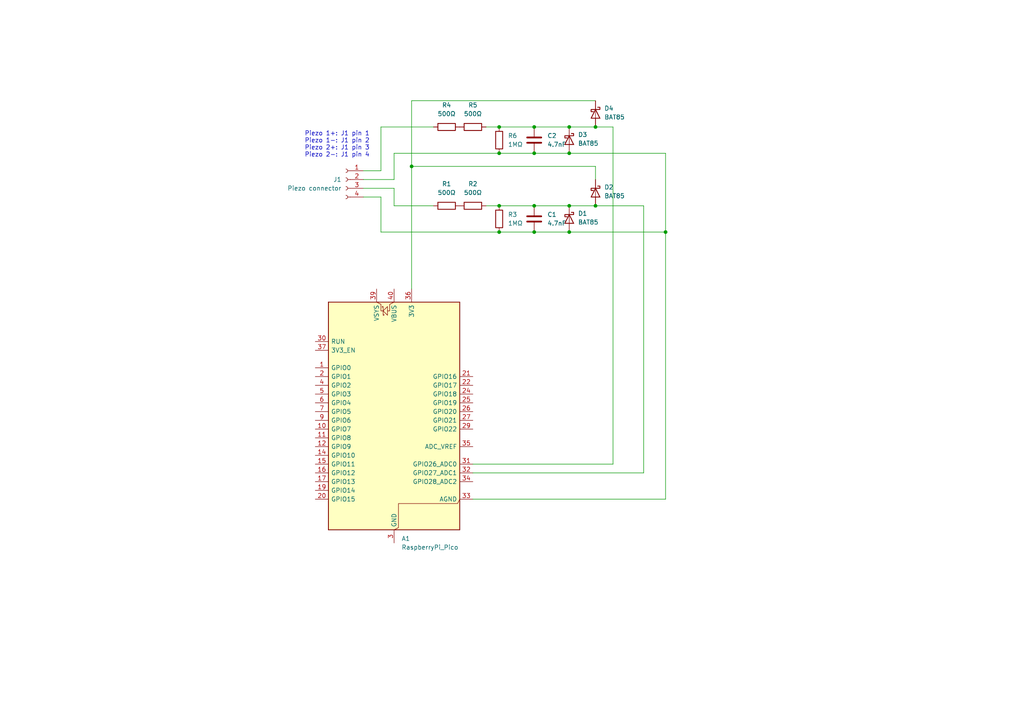
<source format=kicad_sch>
(kicad_sch
	(version 20250114)
	(generator "eeschema")
	(generator_version "9.0")
	(uuid "d908d186-81cd-46e1-87d6-cf9b98d8ab60")
	(paper "A4")
	(lib_symbols
		(symbol "Connector:Conn_01x04_Socket"
			(pin_names
				(offset 1.016)
				(hide yes)
			)
			(exclude_from_sim no)
			(in_bom yes)
			(on_board yes)
			(property "Reference" "J"
				(at 0 5.08 0)
				(effects
					(font
						(size 1.27 1.27)
					)
				)
			)
			(property "Value" "Conn_01x04_Socket"
				(at 0 -7.62 0)
				(effects
					(font
						(size 1.27 1.27)
					)
				)
			)
			(property "Footprint" ""
				(at 0 0 0)
				(effects
					(font
						(size 1.27 1.27)
					)
					(hide yes)
				)
			)
			(property "Datasheet" "~"
				(at 0 0 0)
				(effects
					(font
						(size 1.27 1.27)
					)
					(hide yes)
				)
			)
			(property "Description" "Generic connector, single row, 01x04, script generated"
				(at 0 0 0)
				(effects
					(font
						(size 1.27 1.27)
					)
					(hide yes)
				)
			)
			(property "ki_locked" ""
				(at 0 0 0)
				(effects
					(font
						(size 1.27 1.27)
					)
				)
			)
			(property "ki_keywords" "connector"
				(at 0 0 0)
				(effects
					(font
						(size 1.27 1.27)
					)
					(hide yes)
				)
			)
			(property "ki_fp_filters" "Connector*:*_1x??_*"
				(at 0 0 0)
				(effects
					(font
						(size 1.27 1.27)
					)
					(hide yes)
				)
			)
			(symbol "Conn_01x04_Socket_1_1"
				(polyline
					(pts
						(xy -1.27 2.54) (xy -0.508 2.54)
					)
					(stroke
						(width 0.1524)
						(type default)
					)
					(fill
						(type none)
					)
				)
				(polyline
					(pts
						(xy -1.27 0) (xy -0.508 0)
					)
					(stroke
						(width 0.1524)
						(type default)
					)
					(fill
						(type none)
					)
				)
				(polyline
					(pts
						(xy -1.27 -2.54) (xy -0.508 -2.54)
					)
					(stroke
						(width 0.1524)
						(type default)
					)
					(fill
						(type none)
					)
				)
				(polyline
					(pts
						(xy -1.27 -5.08) (xy -0.508 -5.08)
					)
					(stroke
						(width 0.1524)
						(type default)
					)
					(fill
						(type none)
					)
				)
				(arc
					(start 0 2.032)
					(mid -0.5058 2.54)
					(end 0 3.048)
					(stroke
						(width 0.1524)
						(type default)
					)
					(fill
						(type none)
					)
				)
				(arc
					(start 0 -0.508)
					(mid -0.5058 0)
					(end 0 0.508)
					(stroke
						(width 0.1524)
						(type default)
					)
					(fill
						(type none)
					)
				)
				(arc
					(start 0 -3.048)
					(mid -0.5058 -2.54)
					(end 0 -2.032)
					(stroke
						(width 0.1524)
						(type default)
					)
					(fill
						(type none)
					)
				)
				(arc
					(start 0 -5.588)
					(mid -0.5058 -5.08)
					(end 0 -4.572)
					(stroke
						(width 0.1524)
						(type default)
					)
					(fill
						(type none)
					)
				)
				(pin passive line
					(at -5.08 2.54 0)
					(length 3.81)
					(name "Pin_1"
						(effects
							(font
								(size 1.27 1.27)
							)
						)
					)
					(number "1"
						(effects
							(font
								(size 1.27 1.27)
							)
						)
					)
				)
				(pin passive line
					(at -5.08 0 0)
					(length 3.81)
					(name "Pin_2"
						(effects
							(font
								(size 1.27 1.27)
							)
						)
					)
					(number "2"
						(effects
							(font
								(size 1.27 1.27)
							)
						)
					)
				)
				(pin passive line
					(at -5.08 -2.54 0)
					(length 3.81)
					(name "Pin_3"
						(effects
							(font
								(size 1.27 1.27)
							)
						)
					)
					(number "3"
						(effects
							(font
								(size 1.27 1.27)
							)
						)
					)
				)
				(pin passive line
					(at -5.08 -5.08 0)
					(length 3.81)
					(name "Pin_4"
						(effects
							(font
								(size 1.27 1.27)
							)
						)
					)
					(number "4"
						(effects
							(font
								(size 1.27 1.27)
							)
						)
					)
				)
			)
			(embedded_fonts no)
		)
		(symbol "Device:C"
			(pin_numbers
				(hide yes)
			)
			(pin_names
				(offset 0.254)
			)
			(exclude_from_sim no)
			(in_bom yes)
			(on_board yes)
			(property "Reference" "C"
				(at 0.635 2.54 0)
				(effects
					(font
						(size 1.27 1.27)
					)
					(justify left)
				)
			)
			(property "Value" "C"
				(at 0.635 -2.54 0)
				(effects
					(font
						(size 1.27 1.27)
					)
					(justify left)
				)
			)
			(property "Footprint" ""
				(at 0.9652 -3.81 0)
				(effects
					(font
						(size 1.27 1.27)
					)
					(hide yes)
				)
			)
			(property "Datasheet" "~"
				(at 0 0 0)
				(effects
					(font
						(size 1.27 1.27)
					)
					(hide yes)
				)
			)
			(property "Description" "Unpolarized capacitor"
				(at 0 0 0)
				(effects
					(font
						(size 1.27 1.27)
					)
					(hide yes)
				)
			)
			(property "ki_keywords" "cap capacitor"
				(at 0 0 0)
				(effects
					(font
						(size 1.27 1.27)
					)
					(hide yes)
				)
			)
			(property "ki_fp_filters" "C_*"
				(at 0 0 0)
				(effects
					(font
						(size 1.27 1.27)
					)
					(hide yes)
				)
			)
			(symbol "C_0_1"
				(polyline
					(pts
						(xy -2.032 0.762) (xy 2.032 0.762)
					)
					(stroke
						(width 0.508)
						(type default)
					)
					(fill
						(type none)
					)
				)
				(polyline
					(pts
						(xy -2.032 -0.762) (xy 2.032 -0.762)
					)
					(stroke
						(width 0.508)
						(type default)
					)
					(fill
						(type none)
					)
				)
			)
			(symbol "C_1_1"
				(pin passive line
					(at 0 3.81 270)
					(length 2.794)
					(name "~"
						(effects
							(font
								(size 1.27 1.27)
							)
						)
					)
					(number "1"
						(effects
							(font
								(size 1.27 1.27)
							)
						)
					)
				)
				(pin passive line
					(at 0 -3.81 90)
					(length 2.794)
					(name "~"
						(effects
							(font
								(size 1.27 1.27)
							)
						)
					)
					(number "2"
						(effects
							(font
								(size 1.27 1.27)
							)
						)
					)
				)
			)
			(embedded_fonts no)
		)
		(symbol "Device:R"
			(pin_numbers
				(hide yes)
			)
			(pin_names
				(offset 0)
			)
			(exclude_from_sim no)
			(in_bom yes)
			(on_board yes)
			(property "Reference" "R"
				(at 2.032 0 90)
				(effects
					(font
						(size 1.27 1.27)
					)
				)
			)
			(property "Value" "R"
				(at 0 0 90)
				(effects
					(font
						(size 1.27 1.27)
					)
				)
			)
			(property "Footprint" ""
				(at -1.778 0 90)
				(effects
					(font
						(size 1.27 1.27)
					)
					(hide yes)
				)
			)
			(property "Datasheet" "~"
				(at 0 0 0)
				(effects
					(font
						(size 1.27 1.27)
					)
					(hide yes)
				)
			)
			(property "Description" "Resistor"
				(at 0 0 0)
				(effects
					(font
						(size 1.27 1.27)
					)
					(hide yes)
				)
			)
			(property "ki_keywords" "R res resistor"
				(at 0 0 0)
				(effects
					(font
						(size 1.27 1.27)
					)
					(hide yes)
				)
			)
			(property "ki_fp_filters" "R_*"
				(at 0 0 0)
				(effects
					(font
						(size 1.27 1.27)
					)
					(hide yes)
				)
			)
			(symbol "R_0_1"
				(rectangle
					(start -1.016 -2.54)
					(end 1.016 2.54)
					(stroke
						(width 0.254)
						(type default)
					)
					(fill
						(type none)
					)
				)
			)
			(symbol "R_1_1"
				(pin passive line
					(at 0 3.81 270)
					(length 1.27)
					(name "~"
						(effects
							(font
								(size 1.27 1.27)
							)
						)
					)
					(number "1"
						(effects
							(font
								(size 1.27 1.27)
							)
						)
					)
				)
				(pin passive line
					(at 0 -3.81 90)
					(length 1.27)
					(name "~"
						(effects
							(font
								(size 1.27 1.27)
							)
						)
					)
					(number "2"
						(effects
							(font
								(size 1.27 1.27)
							)
						)
					)
				)
			)
			(embedded_fonts no)
		)
		(symbol "Diode:BAT85"
			(pin_numbers
				(hide yes)
			)
			(pin_names
				(offset 1.016)
				(hide yes)
			)
			(exclude_from_sim no)
			(in_bom yes)
			(on_board yes)
			(property "Reference" "D"
				(at 0 2.54 0)
				(effects
					(font
						(size 1.27 1.27)
					)
				)
			)
			(property "Value" "BAT85"
				(at 0 -2.54 0)
				(effects
					(font
						(size 1.27 1.27)
					)
				)
			)
			(property "Footprint" "Diode_THT:D_DO-35_SOD27_P7.62mm_Horizontal"
				(at 0 -4.445 0)
				(effects
					(font
						(size 1.27 1.27)
					)
					(hide yes)
				)
			)
			(property "Datasheet" "https://assets.nexperia.com/documents/data-sheet/BAT85.pdf"
				(at 0 0 0)
				(effects
					(font
						(size 1.27 1.27)
					)
					(hide yes)
				)
			)
			(property "Description" "30V 0.2A Schottky barrier single diode, DO-35"
				(at 0 0 0)
				(effects
					(font
						(size 1.27 1.27)
					)
					(hide yes)
				)
			)
			(property "ki_keywords" "diode Schottky"
				(at 0 0 0)
				(effects
					(font
						(size 1.27 1.27)
					)
					(hide yes)
				)
			)
			(property "ki_fp_filters" "D*DO?35*"
				(at 0 0 0)
				(effects
					(font
						(size 1.27 1.27)
					)
					(hide yes)
				)
			)
			(symbol "BAT85_0_1"
				(polyline
					(pts
						(xy -1.905 0.635) (xy -1.905 1.27) (xy -1.27 1.27) (xy -1.27 -1.27) (xy -0.635 -1.27) (xy -0.635 -0.635)
					)
					(stroke
						(width 0.254)
						(type default)
					)
					(fill
						(type none)
					)
				)
				(polyline
					(pts
						(xy 1.27 1.27) (xy 1.27 -1.27) (xy -1.27 0) (xy 1.27 1.27)
					)
					(stroke
						(width 0.254)
						(type default)
					)
					(fill
						(type none)
					)
				)
				(polyline
					(pts
						(xy 1.27 0) (xy -1.27 0)
					)
					(stroke
						(width 0)
						(type default)
					)
					(fill
						(type none)
					)
				)
			)
			(symbol "BAT85_1_1"
				(pin passive line
					(at -3.81 0 0)
					(length 2.54)
					(name "K"
						(effects
							(font
								(size 1.27 1.27)
							)
						)
					)
					(number "1"
						(effects
							(font
								(size 1.27 1.27)
							)
						)
					)
				)
				(pin passive line
					(at 3.81 0 180)
					(length 2.54)
					(name "A"
						(effects
							(font
								(size 1.27 1.27)
							)
						)
					)
					(number "2"
						(effects
							(font
								(size 1.27 1.27)
							)
						)
					)
				)
			)
			(embedded_fonts no)
		)
		(symbol "MCU_Module:RaspberryPi_Pico"
			(pin_names
				(offset 0.762)
			)
			(exclude_from_sim no)
			(in_bom yes)
			(on_board yes)
			(property "Reference" "A"
				(at -19.05 35.56 0)
				(effects
					(font
						(size 1.27 1.27)
					)
					(justify left)
				)
			)
			(property "Value" "RaspberryPi_Pico"
				(at 7.62 35.56 0)
				(effects
					(font
						(size 1.27 1.27)
					)
					(justify left)
				)
			)
			(property "Footprint" "Module:RaspberryPi_Pico_Common_Unspecified"
				(at 0 -46.99 0)
				(effects
					(font
						(size 1.27 1.27)
					)
					(hide yes)
				)
			)
			(property "Datasheet" "https://datasheets.raspberrypi.com/pico/pico-datasheet.pdf"
				(at 0 -49.53 0)
				(effects
					(font
						(size 1.27 1.27)
					)
					(hide yes)
				)
			)
			(property "Description" "Versatile and inexpensive microcontroller module powered by RP2040 dual-core Arm Cortex-M0+ processor up to 133 MHz, 264kB SRAM, 2MB QSPI flash; also supports Raspberry Pi Pico 2"
				(at 0 -52.07 0)
				(effects
					(font
						(size 1.27 1.27)
					)
					(hide yes)
				)
			)
			(property "ki_keywords" "RP2350A M33 RISC-V Hazard3 usb"
				(at 0 0 0)
				(effects
					(font
						(size 1.27 1.27)
					)
					(hide yes)
				)
			)
			(property "ki_fp_filters" "RaspberryPi?Pico?Common* RaspberryPi?Pico?SMD*"
				(at 0 0 0)
				(effects
					(font
						(size 1.27 1.27)
					)
					(hide yes)
				)
			)
			(symbol "RaspberryPi_Pico_0_1"
				(rectangle
					(start -19.05 34.29)
					(end 19.05 -31.75)
					(stroke
						(width 0.254)
						(type default)
					)
					(fill
						(type background)
					)
				)
				(polyline
					(pts
						(xy -5.08 34.29) (xy -3.81 33.655) (xy -3.81 31.75) (xy -3.175 31.75)
					)
					(stroke
						(width 0)
						(type default)
					)
					(fill
						(type none)
					)
				)
				(polyline
					(pts
						(xy -3.429 32.766) (xy -3.429 33.02) (xy -3.175 33.02) (xy -3.175 30.48) (xy -2.921 30.48) (xy -2.921 30.734)
					)
					(stroke
						(width 0)
						(type default)
					)
					(fill
						(type none)
					)
				)
				(polyline
					(pts
						(xy -3.175 31.75) (xy -1.905 33.02) (xy -1.905 30.48) (xy -3.175 31.75)
					)
					(stroke
						(width 0)
						(type default)
					)
					(fill
						(type none)
					)
				)
				(polyline
					(pts
						(xy 0 34.29) (xy -1.27 33.655) (xy -1.27 31.75) (xy -1.905 31.75)
					)
					(stroke
						(width 0)
						(type default)
					)
					(fill
						(type none)
					)
				)
				(polyline
					(pts
						(xy 0 -31.75) (xy 1.27 -31.115) (xy 1.27 -24.13) (xy 18.415 -24.13) (xy 19.05 -22.86)
					)
					(stroke
						(width 0)
						(type default)
					)
					(fill
						(type none)
					)
				)
			)
			(symbol "RaspberryPi_Pico_1_1"
				(pin passive line
					(at -22.86 22.86 0)
					(length 3.81)
					(name "RUN"
						(effects
							(font
								(size 1.27 1.27)
							)
						)
					)
					(number "30"
						(effects
							(font
								(size 1.27 1.27)
							)
						)
					)
					(alternate "~{RESET}" passive line)
				)
				(pin passive line
					(at -22.86 20.32 0)
					(length 3.81)
					(name "3V3_EN"
						(effects
							(font
								(size 1.27 1.27)
							)
						)
					)
					(number "37"
						(effects
							(font
								(size 1.27 1.27)
							)
						)
					)
					(alternate "~{3V3_DISABLE}" passive line)
				)
				(pin bidirectional line
					(at -22.86 15.24 0)
					(length 3.81)
					(name "GPIO0"
						(effects
							(font
								(size 1.27 1.27)
							)
						)
					)
					(number "1"
						(effects
							(font
								(size 1.27 1.27)
							)
						)
					)
					(alternate "I2C0_SDA" bidirectional line)
					(alternate "PWM0_A" output line)
					(alternate "SPI0_RX" input line)
					(alternate "UART0_TX" output line)
					(alternate "USB_OVCUR_DET" input line)
				)
				(pin bidirectional line
					(at -22.86 12.7 0)
					(length 3.81)
					(name "GPIO1"
						(effects
							(font
								(size 1.27 1.27)
							)
						)
					)
					(number "2"
						(effects
							(font
								(size 1.27 1.27)
							)
						)
					)
					(alternate "I2C0_SCL" bidirectional clock)
					(alternate "PWM0_B" bidirectional line)
					(alternate "UART0_RX" input line)
					(alternate "USB_VBUS_DET" passive line)
					(alternate "~{SPI0_CSn}" bidirectional line)
				)
				(pin bidirectional line
					(at -22.86 10.16 0)
					(length 3.81)
					(name "GPIO2"
						(effects
							(font
								(size 1.27 1.27)
							)
						)
					)
					(number "4"
						(effects
							(font
								(size 1.27 1.27)
							)
						)
					)
					(alternate "I2C1_SDA" bidirectional line)
					(alternate "PWM1_A" output line)
					(alternate "SPI0_SCK" bidirectional clock)
					(alternate "UART0_CTS" input line)
					(alternate "USB_VBUS_EN" output line)
				)
				(pin bidirectional line
					(at -22.86 7.62 0)
					(length 3.81)
					(name "GPIO3"
						(effects
							(font
								(size 1.27 1.27)
							)
						)
					)
					(number "5"
						(effects
							(font
								(size 1.27 1.27)
							)
						)
					)
					(alternate "I2C1_SCL" bidirectional clock)
					(alternate "PWM1_B" bidirectional line)
					(alternate "SPI0_TX" output line)
					(alternate "UART0_RTS" output line)
					(alternate "USB_OVCUR_DET" input line)
				)
				(pin bidirectional line
					(at -22.86 5.08 0)
					(length 3.81)
					(name "GPIO4"
						(effects
							(font
								(size 1.27 1.27)
							)
						)
					)
					(number "6"
						(effects
							(font
								(size 1.27 1.27)
							)
						)
					)
					(alternate "I2C0_SDA" bidirectional line)
					(alternate "PWM2_A" output line)
					(alternate "SPI0_RX" input line)
					(alternate "UART1_TX" output line)
					(alternate "USB_VBUS_DET" input line)
				)
				(pin bidirectional line
					(at -22.86 2.54 0)
					(length 3.81)
					(name "GPIO5"
						(effects
							(font
								(size 1.27 1.27)
							)
						)
					)
					(number "7"
						(effects
							(font
								(size 1.27 1.27)
							)
						)
					)
					(alternate "I2C0_SCL" bidirectional clock)
					(alternate "PWM2_B" bidirectional line)
					(alternate "UART1_RX" input line)
					(alternate "USB_VBUS_EN" output line)
					(alternate "~{SPI0_CSn}" bidirectional line)
				)
				(pin bidirectional line
					(at -22.86 0 0)
					(length 3.81)
					(name "GPIO6"
						(effects
							(font
								(size 1.27 1.27)
							)
						)
					)
					(number "9"
						(effects
							(font
								(size 1.27 1.27)
							)
						)
					)
					(alternate "I2C1_SDA" bidirectional line)
					(alternate "PWM3_A" output line)
					(alternate "SPI0_SCK" bidirectional clock)
					(alternate "UART1_CTS" input line)
					(alternate "USB_OVCUR_DET" input line)
				)
				(pin bidirectional line
					(at -22.86 -2.54 0)
					(length 3.81)
					(name "GPIO7"
						(effects
							(font
								(size 1.27 1.27)
							)
						)
					)
					(number "10"
						(effects
							(font
								(size 1.27 1.27)
							)
						)
					)
					(alternate "I2C1_SCL" bidirectional clock)
					(alternate "PWM3_B" bidirectional line)
					(alternate "SPI0_TX" output line)
					(alternate "UART1_RTS" output line)
					(alternate "USB_VBUS_DET" input line)
				)
				(pin bidirectional line
					(at -22.86 -5.08 0)
					(length 3.81)
					(name "GPIO8"
						(effects
							(font
								(size 1.27 1.27)
							)
						)
					)
					(number "11"
						(effects
							(font
								(size 1.27 1.27)
							)
						)
					)
					(alternate "I2C0_SDA" bidirectional line)
					(alternate "PWM4_A" output line)
					(alternate "SPI1_RX" input line)
					(alternate "UART1_TX" output line)
					(alternate "USB_VBUS_EN" output line)
				)
				(pin bidirectional line
					(at -22.86 -7.62 0)
					(length 3.81)
					(name "GPIO9"
						(effects
							(font
								(size 1.27 1.27)
							)
						)
					)
					(number "12"
						(effects
							(font
								(size 1.27 1.27)
							)
						)
					)
					(alternate "I2C0_SCL" bidirectional clock)
					(alternate "PWM4_B" bidirectional line)
					(alternate "UART1_RX" input line)
					(alternate "USB_OVCUR_DET" input line)
					(alternate "~{SPI1_CSn}" bidirectional line)
				)
				(pin bidirectional line
					(at -22.86 -10.16 0)
					(length 3.81)
					(name "GPIO10"
						(effects
							(font
								(size 1.27 1.27)
							)
						)
					)
					(number "14"
						(effects
							(font
								(size 1.27 1.27)
							)
						)
					)
					(alternate "I2C1_SDA" bidirectional line)
					(alternate "PWM5_A" output line)
					(alternate "SPI1_SCK" bidirectional clock)
					(alternate "UART1_CTS" input line)
					(alternate "USB_VBUS_DET" input line)
				)
				(pin bidirectional line
					(at -22.86 -12.7 0)
					(length 3.81)
					(name "GPIO11"
						(effects
							(font
								(size 1.27 1.27)
							)
						)
					)
					(number "15"
						(effects
							(font
								(size 1.27 1.27)
							)
						)
					)
					(alternate "I2C1_SCL" bidirectional clock)
					(alternate "PWM5_B" bidirectional line)
					(alternate "SPI1_TX" output line)
					(alternate "UART1_RTS" output line)
					(alternate "USB_VBUS_EN" output line)
				)
				(pin bidirectional line
					(at -22.86 -15.24 0)
					(length 3.81)
					(name "GPIO12"
						(effects
							(font
								(size 1.27 1.27)
							)
						)
					)
					(number "16"
						(effects
							(font
								(size 1.27 1.27)
							)
						)
					)
					(alternate "I2C0_SDA" bidirectional line)
					(alternate "PWM6_A" output line)
					(alternate "SPI1_RX" input line)
					(alternate "UART0_TX" output line)
					(alternate "USB_OVCUR_DET" input line)
				)
				(pin bidirectional line
					(at -22.86 -17.78 0)
					(length 3.81)
					(name "GPIO13"
						(effects
							(font
								(size 1.27 1.27)
							)
						)
					)
					(number "17"
						(effects
							(font
								(size 1.27 1.27)
							)
						)
					)
					(alternate "I2C0_SCL" bidirectional clock)
					(alternate "PWM6_B" bidirectional line)
					(alternate "UART0_RX" input line)
					(alternate "USB_VBUS_DET" input line)
					(alternate "~{SPI1_CSn}" bidirectional line)
				)
				(pin bidirectional line
					(at -22.86 -20.32 0)
					(length 3.81)
					(name "GPIO14"
						(effects
							(font
								(size 1.27 1.27)
							)
						)
					)
					(number "19"
						(effects
							(font
								(size 1.27 1.27)
							)
						)
					)
					(alternate "I2C1_SDA" bidirectional line)
					(alternate "PWM7_A" output line)
					(alternate "SPI1_SCK" bidirectional clock)
					(alternate "UART0_CTS" input line)
					(alternate "USB_VBUS_EN" output line)
				)
				(pin bidirectional line
					(at -22.86 -22.86 0)
					(length 3.81)
					(name "GPIO15"
						(effects
							(font
								(size 1.27 1.27)
							)
						)
					)
					(number "20"
						(effects
							(font
								(size 1.27 1.27)
							)
						)
					)
					(alternate "I2C1_SCL" bidirectional clock)
					(alternate "PWM7_B" bidirectional line)
					(alternate "SPI1_TX" output line)
					(alternate "UART0_RTS" output line)
					(alternate "USB_OVCUR_DET" input line)
				)
				(pin power_in line
					(at -5.08 38.1 270)
					(length 3.81)
					(name "VSYS"
						(effects
							(font
								(size 1.27 1.27)
							)
						)
					)
					(number "39"
						(effects
							(font
								(size 1.27 1.27)
							)
						)
					)
					(alternate "VSYS_OUT" power_out line)
				)
				(pin power_out line
					(at 0 38.1 270)
					(length 3.81)
					(name "VBUS"
						(effects
							(font
								(size 1.27 1.27)
							)
						)
					)
					(number "40"
						(effects
							(font
								(size 1.27 1.27)
							)
						)
					)
					(alternate "VBUS_IN" power_in line)
				)
				(pin passive line
					(at 0 -35.56 90)
					(length 3.81)
					(hide yes)
					(name "GND"
						(effects
							(font
								(size 1.27 1.27)
							)
						)
					)
					(number "13"
						(effects
							(font
								(size 1.27 1.27)
							)
						)
					)
				)
				(pin passive line
					(at 0 -35.56 90)
					(length 3.81)
					(hide yes)
					(name "GND"
						(effects
							(font
								(size 1.27 1.27)
							)
						)
					)
					(number "18"
						(effects
							(font
								(size 1.27 1.27)
							)
						)
					)
				)
				(pin passive line
					(at 0 -35.56 90)
					(length 3.81)
					(hide yes)
					(name "GND"
						(effects
							(font
								(size 1.27 1.27)
							)
						)
					)
					(number "23"
						(effects
							(font
								(size 1.27 1.27)
							)
						)
					)
				)
				(pin passive line
					(at 0 -35.56 90)
					(length 3.81)
					(hide yes)
					(name "GND"
						(effects
							(font
								(size 1.27 1.27)
							)
						)
					)
					(number "28"
						(effects
							(font
								(size 1.27 1.27)
							)
						)
					)
				)
				(pin power_out line
					(at 0 -35.56 90)
					(length 3.81)
					(name "GND"
						(effects
							(font
								(size 1.27 1.27)
							)
						)
					)
					(number "3"
						(effects
							(font
								(size 1.27 1.27)
							)
						)
					)
					(alternate "GND_IN" power_in line)
				)
				(pin passive line
					(at 0 -35.56 90)
					(length 3.81)
					(hide yes)
					(name "GND"
						(effects
							(font
								(size 1.27 1.27)
							)
						)
					)
					(number "38"
						(effects
							(font
								(size 1.27 1.27)
							)
						)
					)
				)
				(pin passive line
					(at 0 -35.56 90)
					(length 3.81)
					(hide yes)
					(name "GND"
						(effects
							(font
								(size 1.27 1.27)
							)
						)
					)
					(number "8"
						(effects
							(font
								(size 1.27 1.27)
							)
						)
					)
				)
				(pin power_out line
					(at 5.08 38.1 270)
					(length 3.81)
					(name "3V3"
						(effects
							(font
								(size 1.27 1.27)
							)
						)
					)
					(number "36"
						(effects
							(font
								(size 1.27 1.27)
							)
						)
					)
				)
				(pin bidirectional line
					(at 22.86 12.7 180)
					(length 3.81)
					(name "GPIO16"
						(effects
							(font
								(size 1.27 1.27)
							)
						)
					)
					(number "21"
						(effects
							(font
								(size 1.27 1.27)
							)
						)
					)
					(alternate "I2C0_SDA" bidirectional line)
					(alternate "PWM0_A" output line)
					(alternate "SPI0_RX" input line)
					(alternate "UART0_TX" output line)
					(alternate "USB_VBUS_DET" input line)
				)
				(pin bidirectional line
					(at 22.86 10.16 180)
					(length 3.81)
					(name "GPIO17"
						(effects
							(font
								(size 1.27 1.27)
							)
						)
					)
					(number "22"
						(effects
							(font
								(size 1.27 1.27)
							)
						)
					)
					(alternate "I2C0_SCL" bidirectional clock)
					(alternate "PWM0_B" bidirectional line)
					(alternate "UART0_RX" input line)
					(alternate "USB_VBUS_EN" output line)
					(alternate "~{SPI0_CSn}" bidirectional line)
				)
				(pin bidirectional line
					(at 22.86 7.62 180)
					(length 3.81)
					(name "GPIO18"
						(effects
							(font
								(size 1.27 1.27)
							)
						)
					)
					(number "24"
						(effects
							(font
								(size 1.27 1.27)
							)
						)
					)
					(alternate "I2C1_SDA" bidirectional line)
					(alternate "PWM1_A" output line)
					(alternate "SPI0_SCK" bidirectional clock)
					(alternate "UART0_CTS" input line)
					(alternate "USB_OVCUR_DET" input line)
				)
				(pin bidirectional line
					(at 22.86 5.08 180)
					(length 3.81)
					(name "GPIO19"
						(effects
							(font
								(size 1.27 1.27)
							)
						)
					)
					(number "25"
						(effects
							(font
								(size 1.27 1.27)
							)
						)
					)
					(alternate "I2C1_SCL" bidirectional clock)
					(alternate "PWM1_B" bidirectional line)
					(alternate "SPI0_TX" output line)
					(alternate "UART0_RTS" output line)
					(alternate "USB_VBUS_DET" input line)
				)
				(pin bidirectional line
					(at 22.86 2.54 180)
					(length 3.81)
					(name "GPIO20"
						(effects
							(font
								(size 1.27 1.27)
							)
						)
					)
					(number "26"
						(effects
							(font
								(size 1.27 1.27)
							)
						)
					)
					(alternate "CLOCK_GPIN0" input clock)
					(alternate "I2C0_SDA" bidirectional line)
					(alternate "PWM2_A" output line)
					(alternate "SPI0_RX" input line)
					(alternate "UART1_TX" output line)
					(alternate "USB_VBUS_EN" output line)
				)
				(pin bidirectional line
					(at 22.86 0 180)
					(length 3.81)
					(name "GPIO21"
						(effects
							(font
								(size 1.27 1.27)
							)
						)
					)
					(number "27"
						(effects
							(font
								(size 1.27 1.27)
							)
						)
					)
					(alternate "CLOCK_GPOUT0" output clock)
					(alternate "I2C0_SCL" bidirectional clock)
					(alternate "PWM2_B" bidirectional line)
					(alternate "UART1_RX" input line)
					(alternate "USB_OVCUR_DET" input line)
					(alternate "~{SPI0_CSn}" bidirectional line)
				)
				(pin bidirectional line
					(at 22.86 -2.54 180)
					(length 3.81)
					(name "GPIO22"
						(effects
							(font
								(size 1.27 1.27)
							)
						)
					)
					(number "29"
						(effects
							(font
								(size 1.27 1.27)
							)
						)
					)
					(alternate "CLOCK_GPIN1" input clock)
					(alternate "I2C1_SDA" bidirectional line)
					(alternate "PWM3_A" output line)
					(alternate "SPI0_SCK" bidirectional clock)
					(alternate "UART1_CTS" input line)
					(alternate "USB_VBUS_DET" input line)
				)
				(pin power_in line
					(at 22.86 -7.62 180)
					(length 3.81)
					(name "ADC_VREF"
						(effects
							(font
								(size 1.27 1.27)
							)
						)
					)
					(number "35"
						(effects
							(font
								(size 1.27 1.27)
							)
						)
					)
				)
				(pin bidirectional line
					(at 22.86 -12.7 180)
					(length 3.81)
					(name "GPIO26_ADC0"
						(effects
							(font
								(size 1.27 1.27)
							)
						)
					)
					(number "31"
						(effects
							(font
								(size 1.27 1.27)
							)
						)
					)
					(alternate "ADC0" input line)
					(alternate "GPIO26" bidirectional line)
					(alternate "I2C1_SDA" bidirectional line)
					(alternate "PWM5_A" output line)
					(alternate "SPI1_SCK" bidirectional clock)
					(alternate "UART1_CTS" input line)
					(alternate "USB_VBUS_EN" output line)
				)
				(pin bidirectional line
					(at 22.86 -15.24 180)
					(length 3.81)
					(name "GPIO27_ADC1"
						(effects
							(font
								(size 1.27 1.27)
							)
						)
					)
					(number "32"
						(effects
							(font
								(size 1.27 1.27)
							)
						)
					)
					(alternate "ADC1" input line)
					(alternate "GPIO27" bidirectional line)
					(alternate "I2C1_SCL" bidirectional clock)
					(alternate "PWM5_B" bidirectional line)
					(alternate "SPI1_TX" output line)
					(alternate "UART1_RTS" output line)
					(alternate "USB_OVCUR_DET" input line)
				)
				(pin bidirectional line
					(at 22.86 -17.78 180)
					(length 3.81)
					(name "GPIO28_ADC2"
						(effects
							(font
								(size 1.27 1.27)
							)
						)
					)
					(number "34"
						(effects
							(font
								(size 1.27 1.27)
							)
						)
					)
					(alternate "ADC2" input line)
					(alternate "GPIO28" bidirectional line)
					(alternate "I2C0_SDA" bidirectional line)
					(alternate "PWM6_A" output line)
					(alternate "SPI1_RX" input line)
					(alternate "UART0_TX" output line)
					(alternate "USB_VBUS_DET" input line)
				)
				(pin power_out line
					(at 22.86 -22.86 180)
					(length 3.81)
					(name "AGND"
						(effects
							(font
								(size 1.27 1.27)
							)
						)
					)
					(number "33"
						(effects
							(font
								(size 1.27 1.27)
							)
						)
					)
					(alternate "GND" passive line)
				)
			)
			(embedded_fonts no)
		)
	)
	(text "Piezo 1+: J1 pin 1\nPiezo 1-: J1 pin 2\nPiezo 2+: J1 pin 3\nPiezo 2-: J1 pin 4"
		(exclude_from_sim no)
		(at 97.79 41.91 0)
		(effects
			(font
				(size 1.27 1.27)
			)
		)
		(uuid "506b10cd-8b2c-4eb3-9ebb-d389f26db92f")
	)
	(junction
		(at 172.72 36.83)
		(diameter 0)
		(color 0 0 0 0)
		(uuid "19a56e05-3412-4646-a207-729ff48d0705")
	)
	(junction
		(at 165.1 36.83)
		(diameter 0)
		(color 0 0 0 0)
		(uuid "32938644-a3c7-4c86-87ea-1bcdf75c1e27")
	)
	(junction
		(at 144.78 44.45)
		(diameter 0)
		(color 0 0 0 0)
		(uuid "37d3a87a-8425-4760-b9a9-be6875460eaa")
	)
	(junction
		(at 193.04 67.31)
		(diameter 0)
		(color 0 0 0 0)
		(uuid "37d95e60-f4c0-4d86-914f-311b3a41940e")
	)
	(junction
		(at 144.78 59.69)
		(diameter 0)
		(color 0 0 0 0)
		(uuid "48bb01f3-d852-4260-88a1-d122332a7d7a")
	)
	(junction
		(at 154.94 67.31)
		(diameter 0)
		(color 0 0 0 0)
		(uuid "5641e1c5-ef24-4c70-8096-59fddd3fc623")
	)
	(junction
		(at 144.78 36.83)
		(diameter 0)
		(color 0 0 0 0)
		(uuid "5ad42aa0-435c-4183-a114-cb3212c8d854")
	)
	(junction
		(at 165.1 44.45)
		(diameter 0)
		(color 0 0 0 0)
		(uuid "60240042-af2d-458e-8bd6-6a0b8f053485")
	)
	(junction
		(at 154.94 59.69)
		(diameter 0)
		(color 0 0 0 0)
		(uuid "6ed0de83-5320-414c-8f12-306c31c7adc8")
	)
	(junction
		(at 165.1 59.69)
		(diameter 0)
		(color 0 0 0 0)
		(uuid "7a74e649-34d0-4830-9890-a48acf7de5dc")
	)
	(junction
		(at 119.38 48.26)
		(diameter 0)
		(color 0 0 0 0)
		(uuid "89b53b93-4287-4570-b521-46aff9eee454")
	)
	(junction
		(at 154.94 36.83)
		(diameter 0)
		(color 0 0 0 0)
		(uuid "ab993e07-bb86-4ff0-a6fa-5ba88d95bb86")
	)
	(junction
		(at 154.94 44.45)
		(diameter 0)
		(color 0 0 0 0)
		(uuid "bb9bfee7-93b3-4f32-b137-6e9ea235c12d")
	)
	(junction
		(at 165.1 67.31)
		(diameter 0)
		(color 0 0 0 0)
		(uuid "cb8f044d-4a59-4cb9-83f8-18b8ef331dde")
	)
	(junction
		(at 144.78 67.31)
		(diameter 0)
		(color 0 0 0 0)
		(uuid "d4429fe1-315f-4b82-9d53-6dd4e7a5f146")
	)
	(junction
		(at 172.72 59.69)
		(diameter 0)
		(color 0 0 0 0)
		(uuid "e26763e7-6187-4d96-aa4c-42d4700039bf")
	)
	(wire
		(pts
			(xy 193.04 67.31) (xy 193.04 144.78)
		)
		(stroke
			(width 0)
			(type default)
		)
		(uuid "004456ce-3e76-4c6b-bcc2-cbe7aac8aa32")
	)
	(wire
		(pts
			(xy 165.1 59.69) (xy 172.72 59.69)
		)
		(stroke
			(width 0)
			(type default)
		)
		(uuid "07dbf66c-aed7-4fbf-9bc9-d95c67588cae")
	)
	(wire
		(pts
			(xy 114.3 54.61) (xy 114.3 59.69)
		)
		(stroke
			(width 0)
			(type default)
		)
		(uuid "0ea247c2-9ba7-41af-ac6e-98ab20d512b1")
	)
	(wire
		(pts
			(xy 105.41 52.07) (xy 114.3 52.07)
		)
		(stroke
			(width 0)
			(type default)
		)
		(uuid "1cb39313-a503-4e51-b4ab-5d703636051d")
	)
	(wire
		(pts
			(xy 125.73 36.83) (xy 110.49 36.83)
		)
		(stroke
			(width 0)
			(type default)
		)
		(uuid "246304aa-6757-4879-9ca4-026dd3ad4118")
	)
	(wire
		(pts
			(xy 154.94 44.45) (xy 165.1 44.45)
		)
		(stroke
			(width 0)
			(type default)
		)
		(uuid "30976b8f-8775-4608-97d4-a8bd98c9f548")
	)
	(wire
		(pts
			(xy 177.8 134.62) (xy 137.16 134.62)
		)
		(stroke
			(width 0)
			(type default)
		)
		(uuid "3f5b6851-cf4f-48ae-9e5f-490cd93675a6")
	)
	(wire
		(pts
			(xy 119.38 29.21) (xy 119.38 48.26)
		)
		(stroke
			(width 0)
			(type default)
		)
		(uuid "48e2dbab-198f-45e0-b7da-71fcc2e06395")
	)
	(wire
		(pts
			(xy 105.41 54.61) (xy 114.3 54.61)
		)
		(stroke
			(width 0)
			(type default)
		)
		(uuid "4b3149a6-5ac4-43a9-a42b-76fcd89c6c74")
	)
	(wire
		(pts
			(xy 105.41 57.15) (xy 110.49 57.15)
		)
		(stroke
			(width 0)
			(type default)
		)
		(uuid "4d9e99ad-0b89-45ea-b921-25bfd275f029")
	)
	(wire
		(pts
			(xy 144.78 59.69) (xy 154.94 59.69)
		)
		(stroke
			(width 0)
			(type default)
		)
		(uuid "54aa1f96-2f7c-4755-8f05-c899577a1327")
	)
	(wire
		(pts
			(xy 186.69 59.69) (xy 186.69 137.16)
		)
		(stroke
			(width 0)
			(type default)
		)
		(uuid "5b9d57d9-0f14-4788-8330-e833dee09f23")
	)
	(wire
		(pts
			(xy 114.3 52.07) (xy 114.3 44.45)
		)
		(stroke
			(width 0)
			(type default)
		)
		(uuid "62174744-245b-40f1-9e51-5d95a1dbbc73")
	)
	(wire
		(pts
			(xy 172.72 48.26) (xy 172.72 52.07)
		)
		(stroke
			(width 0)
			(type default)
		)
		(uuid "6770520c-c730-4462-a519-0205e74e5b16")
	)
	(wire
		(pts
			(xy 165.1 67.31) (xy 193.04 67.31)
		)
		(stroke
			(width 0)
			(type default)
		)
		(uuid "6961e7e1-bcfc-4419-8ad0-511c3c06de19")
	)
	(wire
		(pts
			(xy 154.94 59.69) (xy 165.1 59.69)
		)
		(stroke
			(width 0)
			(type default)
		)
		(uuid "6f008f05-0a6e-437a-8216-ed145058495f")
	)
	(wire
		(pts
			(xy 172.72 36.83) (xy 177.8 36.83)
		)
		(stroke
			(width 0)
			(type default)
		)
		(uuid "7e8fb95f-96a4-48fc-ae9b-7dd49104258a")
	)
	(wire
		(pts
			(xy 154.94 36.83) (xy 165.1 36.83)
		)
		(stroke
			(width 0)
			(type default)
		)
		(uuid "80086b46-bdd2-424b-977b-af4dff6b204a")
	)
	(wire
		(pts
			(xy 114.3 59.69) (xy 125.73 59.69)
		)
		(stroke
			(width 0)
			(type default)
		)
		(uuid "843ac139-acfb-4154-aa8c-378f45151c07")
	)
	(wire
		(pts
			(xy 110.49 57.15) (xy 110.49 67.31)
		)
		(stroke
			(width 0)
			(type default)
		)
		(uuid "8645c9e5-17d2-4418-b850-ec7b68451e47")
	)
	(wire
		(pts
			(xy 144.78 44.45) (xy 154.94 44.45)
		)
		(stroke
			(width 0)
			(type default)
		)
		(uuid "868e70fd-563b-4799-82fe-ea88f575efda")
	)
	(wire
		(pts
			(xy 137.16 144.78) (xy 193.04 144.78)
		)
		(stroke
			(width 0)
			(type default)
		)
		(uuid "9ca4a7e1-b99d-4361-a076-cc5764a8e421")
	)
	(wire
		(pts
			(xy 110.49 36.83) (xy 110.49 49.53)
		)
		(stroke
			(width 0)
			(type default)
		)
		(uuid "9e189fd5-ba64-4898-9f0b-945a280c1e58")
	)
	(wire
		(pts
			(xy 172.72 59.69) (xy 186.69 59.69)
		)
		(stroke
			(width 0)
			(type default)
		)
		(uuid "a477a56b-6aec-412b-b4f9-eaa555263597")
	)
	(wire
		(pts
			(xy 144.78 36.83) (xy 154.94 36.83)
		)
		(stroke
			(width 0)
			(type default)
		)
		(uuid "a4d1f4c2-a9e2-4b22-ad73-1fdc770811ab")
	)
	(wire
		(pts
			(xy 114.3 44.45) (xy 144.78 44.45)
		)
		(stroke
			(width 0)
			(type default)
		)
		(uuid "b04a2b43-8958-4e5e-86ea-f88e4bf85bce")
	)
	(wire
		(pts
			(xy 177.8 36.83) (xy 177.8 134.62)
		)
		(stroke
			(width 0)
			(type default)
		)
		(uuid "b3fcc859-8212-43fe-a5f4-e092bbd9ea6e")
	)
	(wire
		(pts
			(xy 140.97 36.83) (xy 144.78 36.83)
		)
		(stroke
			(width 0)
			(type default)
		)
		(uuid "c544bafe-e98f-4091-b08e-21655e1c5a67")
	)
	(wire
		(pts
			(xy 172.72 29.21) (xy 119.38 29.21)
		)
		(stroke
			(width 0)
			(type default)
		)
		(uuid "c6916281-d04e-4eb4-8b2a-2279e11d561d")
	)
	(wire
		(pts
			(xy 140.97 59.69) (xy 144.78 59.69)
		)
		(stroke
			(width 0)
			(type default)
		)
		(uuid "c90d1248-99ea-479b-8dfb-8af64b2fc33a")
	)
	(wire
		(pts
			(xy 165.1 44.45) (xy 193.04 44.45)
		)
		(stroke
			(width 0)
			(type default)
		)
		(uuid "cf4240df-2207-4e57-a643-f6b211e3396a")
	)
	(wire
		(pts
			(xy 193.04 44.45) (xy 193.04 67.31)
		)
		(stroke
			(width 0)
			(type default)
		)
		(uuid "d62599fb-f5b0-4148-bb8d-5cbbbaefda93")
	)
	(wire
		(pts
			(xy 110.49 67.31) (xy 144.78 67.31)
		)
		(stroke
			(width 0)
			(type default)
		)
		(uuid "db6a78d3-7411-47f0-a531-5f71b5a95992")
	)
	(wire
		(pts
			(xy 154.94 67.31) (xy 165.1 67.31)
		)
		(stroke
			(width 0)
			(type default)
		)
		(uuid "e24b62d8-87ff-4ac6-b63a-5611dea70a1a")
	)
	(wire
		(pts
			(xy 110.49 49.53) (xy 105.41 49.53)
		)
		(stroke
			(width 0)
			(type default)
		)
		(uuid "e471bd0c-7b06-4401-9f84-af919e586c99")
	)
	(wire
		(pts
			(xy 144.78 67.31) (xy 154.94 67.31)
		)
		(stroke
			(width 0)
			(type default)
		)
		(uuid "e87f2fe7-9135-41a5-b612-4c378a5e8585")
	)
	(wire
		(pts
			(xy 119.38 48.26) (xy 172.72 48.26)
		)
		(stroke
			(width 0)
			(type default)
		)
		(uuid "eb0e49f0-f435-43cc-9848-ada953b889dc")
	)
	(wire
		(pts
			(xy 137.16 137.16) (xy 186.69 137.16)
		)
		(stroke
			(width 0)
			(type default)
		)
		(uuid "ec84db27-2598-4a77-a403-40267f9e61d4")
	)
	(wire
		(pts
			(xy 165.1 36.83) (xy 172.72 36.83)
		)
		(stroke
			(width 0)
			(type default)
		)
		(uuid "f1c871f6-4a8e-4704-8c08-35db17784746")
	)
	(wire
		(pts
			(xy 119.38 83.82) (xy 119.38 48.26)
		)
		(stroke
			(width 0)
			(type default)
		)
		(uuid "faefbc54-98bd-4e43-be51-2841d369a51a")
	)
	(symbol
		(lib_id "Connector:Conn_01x04_Socket")
		(at 100.33 52.07 0)
		(mirror y)
		(unit 1)
		(exclude_from_sim no)
		(in_bom yes)
		(on_board yes)
		(dnp no)
		(uuid "0ab3fd65-2bcd-4224-af44-609859496ee1")
		(property "Reference" "J1"
			(at 99.06 52.0699 0)
			(effects
				(font
					(size 1.27 1.27)
				)
				(justify left)
			)
		)
		(property "Value" "Piezo connector"
			(at 99.06 54.6099 0)
			(effects
				(font
					(size 1.27 1.27)
				)
				(justify left)
			)
		)
		(property "Footprint" ""
			(at 100.33 52.07 0)
			(effects
				(font
					(size 1.27 1.27)
				)
				(hide yes)
			)
		)
		(property "Datasheet" "~"
			(at 100.33 52.07 0)
			(effects
				(font
					(size 1.27 1.27)
				)
				(hide yes)
			)
		)
		(property "Description" "Generic connector, single row, 01x04, script generated"
			(at 100.33 52.07 0)
			(effects
				(font
					(size 1.27 1.27)
				)
				(hide yes)
			)
		)
		(pin "3"
			(uuid "cdba799b-a9e3-40a3-a245-c2bbadb4596f")
		)
		(pin "4"
			(uuid "f0905250-c4ce-4952-aa63-a06fdecea3a1")
		)
		(pin "1"
			(uuid "fc884743-a9cd-4ea1-8ad6-78b40eba5f54")
		)
		(pin "2"
			(uuid "dab3162f-6de1-45ce-9f9d-bfc58ef35537")
		)
		(instances
			(project ""
				(path "/d908d186-81cd-46e1-87d6-cf9b98d8ab60"
					(reference "J1")
					(unit 1)
				)
			)
		)
	)
	(symbol
		(lib_id "Device:R")
		(at 129.54 59.69 90)
		(unit 1)
		(exclude_from_sim no)
		(in_bom yes)
		(on_board yes)
		(dnp no)
		(fields_autoplaced yes)
		(uuid "0e9994dd-d0d6-486a-aed2-e6808a32ba9e")
		(property "Reference" "R1"
			(at 129.54 53.34 90)
			(effects
				(font
					(size 1.27 1.27)
				)
			)
		)
		(property "Value" "500Ω"
			(at 129.54 55.88 90)
			(effects
				(font
					(size 1.27 1.27)
				)
			)
		)
		(property "Footprint" ""
			(at 129.54 61.468 90)
			(effects
				(font
					(size 1.27 1.27)
				)
				(hide yes)
			)
		)
		(property "Datasheet" "~"
			(at 129.54 59.69 0)
			(effects
				(font
					(size 1.27 1.27)
				)
				(hide yes)
			)
		)
		(property "Description" "Resistor"
			(at 129.54 59.69 0)
			(effects
				(font
					(size 1.27 1.27)
				)
				(hide yes)
			)
		)
		(pin "1"
			(uuid "6131a0f6-09f8-40d5-9e2d-cfda3d40bd34")
		)
		(pin "2"
			(uuid "f094397f-92a9-4895-bf6e-3b4e252336ca")
		)
		(instances
			(project ""
				(path "/d908d186-81cd-46e1-87d6-cf9b98d8ab60"
					(reference "R1")
					(unit 1)
				)
			)
		)
	)
	(symbol
		(lib_id "Diode:BAT85")
		(at 165.1 40.64 270)
		(unit 1)
		(exclude_from_sim no)
		(in_bom yes)
		(on_board yes)
		(dnp no)
		(fields_autoplaced yes)
		(uuid "2e91c852-132c-4fc9-8832-5986468d09b4")
		(property "Reference" "D3"
			(at 167.64 39.0524 90)
			(effects
				(font
					(size 1.27 1.27)
				)
				(justify left)
			)
		)
		(property "Value" "BAT85"
			(at 167.64 41.5924 90)
			(effects
				(font
					(size 1.27 1.27)
				)
				(justify left)
			)
		)
		(property "Footprint" "Diode_THT:D_DO-35_SOD27_P7.62mm_Horizontal"
			(at 160.655 40.64 0)
			(effects
				(font
					(size 1.27 1.27)
				)
				(hide yes)
			)
		)
		(property "Datasheet" "https://assets.nexperia.com/documents/data-sheet/BAT85.pdf"
			(at 165.1 40.64 0)
			(effects
				(font
					(size 1.27 1.27)
				)
				(hide yes)
			)
		)
		(property "Description" "30V 0.2A Schottky barrier single diode, DO-35"
			(at 165.1 40.64 0)
			(effects
				(font
					(size 1.27 1.27)
				)
				(hide yes)
			)
		)
		(pin "2"
			(uuid "597fa065-bbfa-4d9f-b986-0795394684d4")
		)
		(pin "1"
			(uuid "84389726-32fe-4efa-ad62-8fbce4c955bb")
		)
		(instances
			(project "edrum"
				(path "/d908d186-81cd-46e1-87d6-cf9b98d8ab60"
					(reference "D3")
					(unit 1)
				)
			)
		)
	)
	(symbol
		(lib_id "Device:C")
		(at 154.94 63.5 0)
		(unit 1)
		(exclude_from_sim no)
		(in_bom yes)
		(on_board yes)
		(dnp no)
		(fields_autoplaced yes)
		(uuid "6b8afbf7-5ee4-4afe-a191-bb97a80855e3")
		(property "Reference" "C1"
			(at 158.75 62.2299 0)
			(effects
				(font
					(size 1.27 1.27)
				)
				(justify left)
			)
		)
		(property "Value" "4.7nF"
			(at 158.75 64.7699 0)
			(effects
				(font
					(size 1.27 1.27)
				)
				(justify left)
			)
		)
		(property "Footprint" ""
			(at 155.9052 67.31 0)
			(effects
				(font
					(size 1.27 1.27)
				)
				(hide yes)
			)
		)
		(property "Datasheet" "~"
			(at 154.94 63.5 0)
			(effects
				(font
					(size 1.27 1.27)
				)
				(hide yes)
			)
		)
		(property "Description" "Unpolarized capacitor"
			(at 154.94 63.5 0)
			(effects
				(font
					(size 1.27 1.27)
				)
				(hide yes)
			)
		)
		(pin "1"
			(uuid "8977496a-ab58-404f-92ba-05588b8915e1")
		)
		(pin "2"
			(uuid "211e944f-176c-4329-b7d2-bd50cdda923e")
		)
		(instances
			(project ""
				(path "/d908d186-81cd-46e1-87d6-cf9b98d8ab60"
					(reference "C1")
					(unit 1)
				)
			)
		)
	)
	(symbol
		(lib_id "MCU_Module:RaspberryPi_Pico")
		(at 114.3 121.92 0)
		(unit 1)
		(exclude_from_sim no)
		(in_bom yes)
		(on_board yes)
		(dnp no)
		(fields_autoplaced yes)
		(uuid "71558d5e-643a-4d00-b9a6-20858d4cfeb2")
		(property "Reference" "A1"
			(at 116.4433 156.21 0)
			(effects
				(font
					(size 1.27 1.27)
				)
				(justify left)
			)
		)
		(property "Value" "RaspberryPi_Pico"
			(at 116.4433 158.75 0)
			(effects
				(font
					(size 1.27 1.27)
				)
				(justify left)
			)
		)
		(property "Footprint" "Module:RaspberryPi_Pico_Common_Unspecified"
			(at 114.3 168.91 0)
			(effects
				(font
					(size 1.27 1.27)
				)
				(hide yes)
			)
		)
		(property "Datasheet" "https://datasheets.raspberrypi.com/pico/pico-datasheet.pdf"
			(at 114.3 171.45 0)
			(effects
				(font
					(size 1.27 1.27)
				)
				(hide yes)
			)
		)
		(property "Description" "Versatile and inexpensive microcontroller module powered by RP2040 dual-core Arm Cortex-M0+ processor up to 133 MHz, 264kB SRAM, 2MB QSPI flash; also supports Raspberry Pi Pico 2"
			(at 114.3 173.99 0)
			(effects
				(font
					(size 1.27 1.27)
				)
				(hide yes)
			)
		)
		(pin "34"
			(uuid "4d63e0aa-9f2c-4c5f-8726-d0785a1f21bb")
		)
		(pin "2"
			(uuid "de81707e-d845-4e7e-a7ec-0ecb05261703")
		)
		(pin "6"
			(uuid "ad75b2f9-c904-4043-b7ac-7ed189068336")
		)
		(pin "10"
			(uuid "14f66de7-50f1-4d64-b66d-31346cf78eac")
		)
		(pin "19"
			(uuid "376c0e6f-24ff-49f9-aef2-823d211af47c")
		)
		(pin "30"
			(uuid "730df0c4-198d-45ce-b98e-41fc7d895925")
		)
		(pin "37"
			(uuid "18710092-6f51-4977-ab1d-47c052200c4a")
		)
		(pin "1"
			(uuid "cd25a4f8-9663-4648-a9e6-1bc3d4569d8d")
		)
		(pin "4"
			(uuid "dd6010db-17ec-4383-bcf6-f8b28a9e6e1a")
		)
		(pin "5"
			(uuid "5739df17-3df4-4d3f-b258-f63bf39a73c0")
		)
		(pin "7"
			(uuid "54fe879b-d271-4742-a708-29ff1ad01829")
		)
		(pin "9"
			(uuid "ca07ffd8-a74b-4250-82cf-86632051dc0d")
		)
		(pin "11"
			(uuid "d9763774-1df5-4a19-8fcd-ce084798bce9")
		)
		(pin "12"
			(uuid "c6fe0784-fbcf-4672-861c-81cadb524ff2")
		)
		(pin "14"
			(uuid "5ef40e3d-0778-45c4-97e5-37a35df6cd66")
		)
		(pin "15"
			(uuid "ced10229-7103-42b5-97e6-a2ed58621b82")
		)
		(pin "16"
			(uuid "e4b6b22b-ca98-4fcf-93e4-515b716fe0af")
		)
		(pin "17"
			(uuid "c31c0d3d-5c13-4c33-bc48-50299a3f4902")
		)
		(pin "20"
			(uuid "79cc32a3-5376-413a-ae3a-e7acdb51a9dd")
		)
		(pin "39"
			(uuid "f49f3f97-b72c-4cba-a660-a1ab079b3162")
		)
		(pin "3"
			(uuid "ffb1e40d-3c30-4db4-aabc-60ff78b78653")
		)
		(pin "36"
			(uuid "9625589a-e065-4c55-bc12-2b54b711a7a9")
		)
		(pin "18"
			(uuid "e17cb39b-bb8e-4a0f-8da4-56cf07df88cd")
		)
		(pin "23"
			(uuid "7dcfe98b-0be6-4f8f-a350-f4c6eabd7d74")
		)
		(pin "22"
			(uuid "27294be4-e2d8-4091-9775-e80998c0cf8f")
		)
		(pin "27"
			(uuid "c7625a36-a2dc-400b-b72a-d9cc7dee0ad4")
		)
		(pin "29"
			(uuid "97c41a34-5652-480f-ad36-3098cf00935b")
		)
		(pin "35"
			(uuid "faefcce6-000b-4525-a386-77b2c01a398d")
		)
		(pin "26"
			(uuid "dc07b71c-cab1-45f2-bfc7-9608bd9d8124")
		)
		(pin "31"
			(uuid "87d634aa-c797-41b1-89c3-e7f4a02449df")
		)
		(pin "40"
			(uuid "47d0bf21-2a2e-42a7-8da7-3de6f60f2a68")
		)
		(pin "32"
			(uuid "e44c31ac-e578-4e56-a7ce-c70f36dd88ce")
		)
		(pin "28"
			(uuid "35f7ad7f-69c5-489c-97bf-c8f2a817b9f7")
		)
		(pin "38"
			(uuid "10b7391b-2042-40b0-ad18-d3c538f5b521")
		)
		(pin "8"
			(uuid "9c026966-86a1-4fcb-9136-9f9853b573dd")
		)
		(pin "21"
			(uuid "765c0ea6-41b9-40fd-9b3f-8c74eaf421fa")
		)
		(pin "13"
			(uuid "23c513b9-f167-466b-b648-73320c69912a")
		)
		(pin "24"
			(uuid "436b2c1a-af9b-4a91-9cb1-c0ac40b9aa06")
		)
		(pin "25"
			(uuid "931d2137-c4a5-4063-8fa8-d0a9879676a0")
		)
		(pin "33"
			(uuid "a064d7ef-3988-4a33-9b71-9cd7cf627e5c")
		)
		(instances
			(project ""
				(path "/d908d186-81cd-46e1-87d6-cf9b98d8ab60"
					(reference "A1")
					(unit 1)
				)
			)
		)
	)
	(symbol
		(lib_id "Diode:BAT85")
		(at 165.1 63.5 270)
		(unit 1)
		(exclude_from_sim no)
		(in_bom yes)
		(on_board yes)
		(dnp no)
		(fields_autoplaced yes)
		(uuid "72d7e73b-eefb-4d11-8629-a33561cec925")
		(property "Reference" "D1"
			(at 167.64 61.9124 90)
			(effects
				(font
					(size 1.27 1.27)
				)
				(justify left)
			)
		)
		(property "Value" "BAT85"
			(at 167.64 64.4524 90)
			(effects
				(font
					(size 1.27 1.27)
				)
				(justify left)
			)
		)
		(property "Footprint" "Diode_THT:D_DO-35_SOD27_P7.62mm_Horizontal"
			(at 160.655 63.5 0)
			(effects
				(font
					(size 1.27 1.27)
				)
				(hide yes)
			)
		)
		(property "Datasheet" "https://assets.nexperia.com/documents/data-sheet/BAT85.pdf"
			(at 165.1 63.5 0)
			(effects
				(font
					(size 1.27 1.27)
				)
				(hide yes)
			)
		)
		(property "Description" "30V 0.2A Schottky barrier single diode, DO-35"
			(at 165.1 63.5 0)
			(effects
				(font
					(size 1.27 1.27)
				)
				(hide yes)
			)
		)
		(pin "2"
			(uuid "98089bf6-943a-4eda-af1c-27e03eb7cae6")
		)
		(pin "1"
			(uuid "5458caa9-e132-46a1-807d-3d2b5e83f08a")
		)
		(instances
			(project ""
				(path "/d908d186-81cd-46e1-87d6-cf9b98d8ab60"
					(reference "D1")
					(unit 1)
				)
			)
		)
	)
	(symbol
		(lib_id "Device:R")
		(at 129.54 36.83 90)
		(unit 1)
		(exclude_from_sim no)
		(in_bom yes)
		(on_board yes)
		(dnp no)
		(fields_autoplaced yes)
		(uuid "75ca642b-0a5c-4d25-b06c-053c9ecf661c")
		(property "Reference" "R4"
			(at 129.54 30.48 90)
			(effects
				(font
					(size 1.27 1.27)
				)
			)
		)
		(property "Value" "500Ω"
			(at 129.54 33.02 90)
			(effects
				(font
					(size 1.27 1.27)
				)
			)
		)
		(property "Footprint" ""
			(at 129.54 38.608 90)
			(effects
				(font
					(size 1.27 1.27)
				)
				(hide yes)
			)
		)
		(property "Datasheet" "~"
			(at 129.54 36.83 0)
			(effects
				(font
					(size 1.27 1.27)
				)
				(hide yes)
			)
		)
		(property "Description" "Resistor"
			(at 129.54 36.83 0)
			(effects
				(font
					(size 1.27 1.27)
				)
				(hide yes)
			)
		)
		(pin "1"
			(uuid "f36a76bf-57c7-444d-b68d-ed1b2db57969")
		)
		(pin "2"
			(uuid "1e5dbbff-21fa-4e69-84ba-0d5e2613e740")
		)
		(instances
			(project "edrum"
				(path "/d908d186-81cd-46e1-87d6-cf9b98d8ab60"
					(reference "R4")
					(unit 1)
				)
			)
		)
	)
	(symbol
		(lib_id "Diode:BAT85")
		(at 172.72 33.02 270)
		(unit 1)
		(exclude_from_sim no)
		(in_bom yes)
		(on_board yes)
		(dnp no)
		(fields_autoplaced yes)
		(uuid "80738b5b-5c04-4b74-b547-362fe73b376d")
		(property "Reference" "D4"
			(at 175.26 31.4324 90)
			(effects
				(font
					(size 1.27 1.27)
				)
				(justify left)
			)
		)
		(property "Value" "BAT85"
			(at 175.26 33.9724 90)
			(effects
				(font
					(size 1.27 1.27)
				)
				(justify left)
			)
		)
		(property "Footprint" "Diode_THT:D_DO-35_SOD27_P7.62mm_Horizontal"
			(at 168.275 33.02 0)
			(effects
				(font
					(size 1.27 1.27)
				)
				(hide yes)
			)
		)
		(property "Datasheet" "https://assets.nexperia.com/documents/data-sheet/BAT85.pdf"
			(at 172.72 33.02 0)
			(effects
				(font
					(size 1.27 1.27)
				)
				(hide yes)
			)
		)
		(property "Description" "30V 0.2A Schottky barrier single diode, DO-35"
			(at 172.72 33.02 0)
			(effects
				(font
					(size 1.27 1.27)
				)
				(hide yes)
			)
		)
		(pin "1"
			(uuid "5744136f-75f6-4bf9-8d2c-814b97088d89")
		)
		(pin "2"
			(uuid "e5191a9f-0290-491f-be2e-7f03598a82fc")
		)
		(instances
			(project "edrum"
				(path "/d908d186-81cd-46e1-87d6-cf9b98d8ab60"
					(reference "D4")
					(unit 1)
				)
			)
		)
	)
	(symbol
		(lib_id "Device:R")
		(at 137.16 59.69 90)
		(unit 1)
		(exclude_from_sim no)
		(in_bom yes)
		(on_board yes)
		(dnp no)
		(fields_autoplaced yes)
		(uuid "8cac4daf-e791-4de3-a5fa-128b17ab05bd")
		(property "Reference" "R2"
			(at 137.16 53.34 90)
			(effects
				(font
					(size 1.27 1.27)
				)
			)
		)
		(property "Value" "500Ω"
			(at 137.16 55.88 90)
			(effects
				(font
					(size 1.27 1.27)
				)
			)
		)
		(property "Footprint" ""
			(at 137.16 61.468 90)
			(effects
				(font
					(size 1.27 1.27)
				)
				(hide yes)
			)
		)
		(property "Datasheet" "~"
			(at 137.16 59.69 0)
			(effects
				(font
					(size 1.27 1.27)
				)
				(hide yes)
			)
		)
		(property "Description" "Resistor"
			(at 137.16 59.69 0)
			(effects
				(font
					(size 1.27 1.27)
				)
				(hide yes)
			)
		)
		(pin "1"
			(uuid "ddac108c-b5ab-47dc-8bee-7093a9c21180")
		)
		(pin "2"
			(uuid "031928ca-612d-4b95-af3b-b5cfe04789ec")
		)
		(instances
			(project ""
				(path "/d908d186-81cd-46e1-87d6-cf9b98d8ab60"
					(reference "R2")
					(unit 1)
				)
			)
		)
	)
	(symbol
		(lib_id "Device:R")
		(at 137.16 36.83 90)
		(unit 1)
		(exclude_from_sim no)
		(in_bom yes)
		(on_board yes)
		(dnp no)
		(fields_autoplaced yes)
		(uuid "bbf8ab74-24c4-4761-8b50-f40657a7a832")
		(property "Reference" "R5"
			(at 137.16 30.48 90)
			(effects
				(font
					(size 1.27 1.27)
				)
			)
		)
		(property "Value" "500Ω"
			(at 137.16 33.02 90)
			(effects
				(font
					(size 1.27 1.27)
				)
			)
		)
		(property "Footprint" ""
			(at 137.16 38.608 90)
			(effects
				(font
					(size 1.27 1.27)
				)
				(hide yes)
			)
		)
		(property "Datasheet" "~"
			(at 137.16 36.83 0)
			(effects
				(font
					(size 1.27 1.27)
				)
				(hide yes)
			)
		)
		(property "Description" "Resistor"
			(at 137.16 36.83 0)
			(effects
				(font
					(size 1.27 1.27)
				)
				(hide yes)
			)
		)
		(pin "1"
			(uuid "4aa575bf-b917-4c1d-82ed-4b13d1bf4c2c")
		)
		(pin "2"
			(uuid "97438193-c7b1-40c5-80af-48787589b62d")
		)
		(instances
			(project "edrum"
				(path "/d908d186-81cd-46e1-87d6-cf9b98d8ab60"
					(reference "R5")
					(unit 1)
				)
			)
		)
	)
	(symbol
		(lib_id "Device:R")
		(at 144.78 63.5 0)
		(unit 1)
		(exclude_from_sim no)
		(in_bom yes)
		(on_board yes)
		(dnp no)
		(fields_autoplaced yes)
		(uuid "d67891ce-e3b9-4b88-83f0-672ff1fbad5d")
		(property "Reference" "R3"
			(at 147.32 62.2299 0)
			(effects
				(font
					(size 1.27 1.27)
				)
				(justify left)
			)
		)
		(property "Value" "1MΩ"
			(at 147.32 64.7699 0)
			(effects
				(font
					(size 1.27 1.27)
				)
				(justify left)
			)
		)
		(property "Footprint" ""
			(at 143.002 63.5 90)
			(effects
				(font
					(size 1.27 1.27)
				)
				(hide yes)
			)
		)
		(property "Datasheet" "~"
			(at 144.78 63.5 0)
			(effects
				(font
					(size 1.27 1.27)
				)
				(hide yes)
			)
		)
		(property "Description" "Resistor"
			(at 144.78 63.5 0)
			(effects
				(font
					(size 1.27 1.27)
				)
				(hide yes)
			)
		)
		(pin "1"
			(uuid "b2a7f320-34d2-440e-875e-c50e4de9c5d9")
		)
		(pin "2"
			(uuid "b1625fbf-5906-44a0-bb32-748608bb50d9")
		)
		(instances
			(project ""
				(path "/d908d186-81cd-46e1-87d6-cf9b98d8ab60"
					(reference "R3")
					(unit 1)
				)
			)
		)
	)
	(symbol
		(lib_id "Device:C")
		(at 154.94 40.64 0)
		(unit 1)
		(exclude_from_sim no)
		(in_bom yes)
		(on_board yes)
		(dnp no)
		(fields_autoplaced yes)
		(uuid "ead78c05-7944-47ae-9d6a-b1ac95f5e34a")
		(property "Reference" "C2"
			(at 158.75 39.3699 0)
			(effects
				(font
					(size 1.27 1.27)
				)
				(justify left)
			)
		)
		(property "Value" "4.7nF"
			(at 158.75 41.9099 0)
			(effects
				(font
					(size 1.27 1.27)
				)
				(justify left)
			)
		)
		(property "Footprint" ""
			(at 155.9052 44.45 0)
			(effects
				(font
					(size 1.27 1.27)
				)
				(hide yes)
			)
		)
		(property "Datasheet" "~"
			(at 154.94 40.64 0)
			(effects
				(font
					(size 1.27 1.27)
				)
				(hide yes)
			)
		)
		(property "Description" "Unpolarized capacitor"
			(at 154.94 40.64 0)
			(effects
				(font
					(size 1.27 1.27)
				)
				(hide yes)
			)
		)
		(pin "1"
			(uuid "450e587d-831b-4342-857d-27906e12f7b1")
		)
		(pin "2"
			(uuid "075f3edd-bcba-45ea-a6b3-f7685726c741")
		)
		(instances
			(project "edrum"
				(path "/d908d186-81cd-46e1-87d6-cf9b98d8ab60"
					(reference "C2")
					(unit 1)
				)
			)
		)
	)
	(symbol
		(lib_id "Diode:BAT85")
		(at 172.72 55.88 270)
		(unit 1)
		(exclude_from_sim no)
		(in_bom yes)
		(on_board yes)
		(dnp no)
		(fields_autoplaced yes)
		(uuid "efd67af6-37d8-4491-87d1-fbe9ef8341b1")
		(property "Reference" "D2"
			(at 175.26 54.2924 90)
			(effects
				(font
					(size 1.27 1.27)
				)
				(justify left)
			)
		)
		(property "Value" "BAT85"
			(at 175.26 56.8324 90)
			(effects
				(font
					(size 1.27 1.27)
				)
				(justify left)
			)
		)
		(property "Footprint" "Diode_THT:D_DO-35_SOD27_P7.62mm_Horizontal"
			(at 168.275 55.88 0)
			(effects
				(font
					(size 1.27 1.27)
				)
				(hide yes)
			)
		)
		(property "Datasheet" "https://assets.nexperia.com/documents/data-sheet/BAT85.pdf"
			(at 172.72 55.88 0)
			(effects
				(font
					(size 1.27 1.27)
				)
				(hide yes)
			)
		)
		(property "Description" "30V 0.2A Schottky barrier single diode, DO-35"
			(at 172.72 55.88 0)
			(effects
				(font
					(size 1.27 1.27)
				)
				(hide yes)
			)
		)
		(pin "1"
			(uuid "75bd02d2-47b6-4620-b5f6-7f0974db2c9c")
		)
		(pin "2"
			(uuid "da5bb53c-9e81-49e2-8b88-c11ac3e325df")
		)
		(instances
			(project ""
				(path "/d908d186-81cd-46e1-87d6-cf9b98d8ab60"
					(reference "D2")
					(unit 1)
				)
			)
		)
	)
	(symbol
		(lib_id "Device:R")
		(at 144.78 40.64 0)
		(unit 1)
		(exclude_from_sim no)
		(in_bom yes)
		(on_board yes)
		(dnp no)
		(fields_autoplaced yes)
		(uuid "fa1c6ad2-4d39-466d-8cef-a8ff48348b5f")
		(property "Reference" "R6"
			(at 147.32 39.3699 0)
			(effects
				(font
					(size 1.27 1.27)
				)
				(justify left)
			)
		)
		(property "Value" "1MΩ"
			(at 147.32 41.9099 0)
			(effects
				(font
					(size 1.27 1.27)
				)
				(justify left)
			)
		)
		(property "Footprint" ""
			(at 143.002 40.64 90)
			(effects
				(font
					(size 1.27 1.27)
				)
				(hide yes)
			)
		)
		(property "Datasheet" "~"
			(at 144.78 40.64 0)
			(effects
				(font
					(size 1.27 1.27)
				)
				(hide yes)
			)
		)
		(property "Description" "Resistor"
			(at 144.78 40.64 0)
			(effects
				(font
					(size 1.27 1.27)
				)
				(hide yes)
			)
		)
		(pin "1"
			(uuid "21556e71-2d8a-4be4-87e6-c5888414fd23")
		)
		(pin "2"
			(uuid "d9ba7ce1-bef4-443c-a71f-b486275fe466")
		)
		(instances
			(project "edrum"
				(path "/d908d186-81cd-46e1-87d6-cf9b98d8ab60"
					(reference "R6")
					(unit 1)
				)
			)
		)
	)
	(sheet_instances
		(path "/"
			(page "1")
		)
	)
	(embedded_fonts no)
)

</source>
